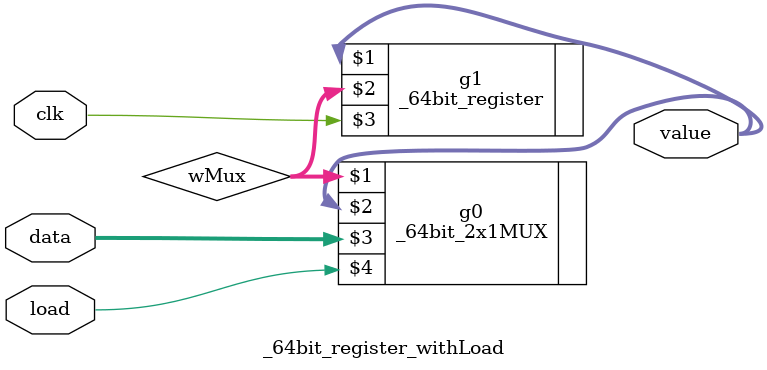
<source format=v>
module _64bit_register_withLoad(value, data, load, clk);
input [63:0] data;
input load, clk;
output [63:0] value;
wire [63:0] wMux;

_64bit_2x1MUX g0(wMux, value, data, load);
_64bit_register g1 (value, wMux, clk);

endmodule
</source>
